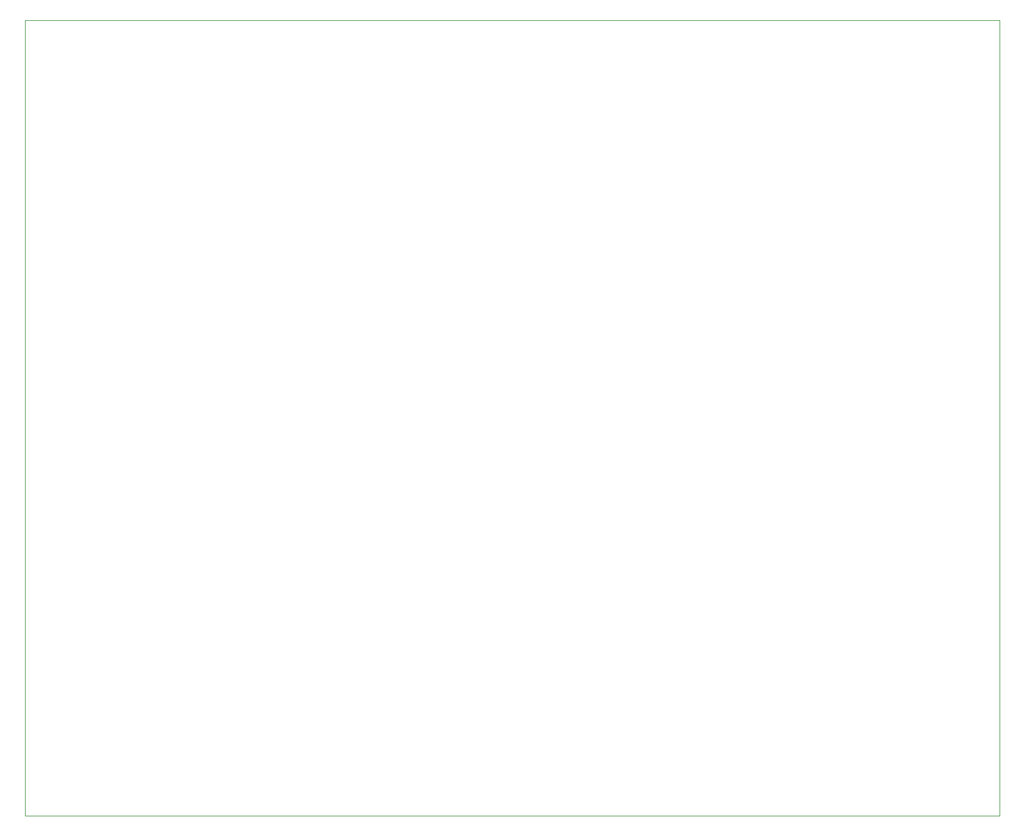
<source format=gbr>
%TF.GenerationSoftware,KiCad,Pcbnew,(6.0.4)*%
%TF.CreationDate,2022-06-08T08:17:39+02:00*%
%TF.ProjectId,PongPCB,506f6e67-5043-4422-9e6b-696361645f70,rev?*%
%TF.SameCoordinates,Original*%
%TF.FileFunction,Profile,NP*%
%FSLAX46Y46*%
G04 Gerber Fmt 4.6, Leading zero omitted, Abs format (unit mm)*
G04 Created by KiCad (PCBNEW (6.0.4)) date 2022-06-08 08:17:39*
%MOMM*%
%LPD*%
G01*
G04 APERTURE LIST*
%TA.AperFunction,Profile*%
%ADD10C,0.100000*%
%TD*%
G04 APERTURE END LIST*
D10*
X74295000Y-155575000D02*
X212725000Y-155575000D01*
X212725000Y-155575000D02*
X212725000Y-42545000D01*
X212725000Y-42545000D02*
X74295000Y-42545000D01*
X74295000Y-42545000D02*
X74295000Y-155575000D01*
M02*

</source>
